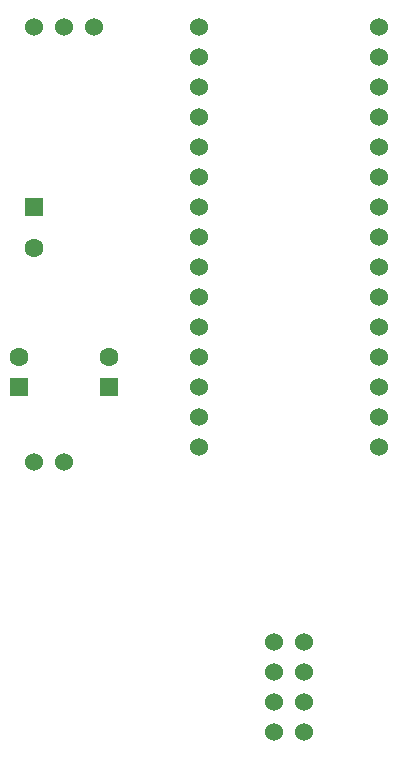
<source format=gbr>
%TF.GenerationSoftware,KiCad,Pcbnew,(5.1.8)-1*%
%TF.CreationDate,2020-11-18T13:48:32-08:00*%
%TF.ProjectId,ard_lightshow,6172645f-6c69-4676-9874-73686f772e6b,rev?*%
%TF.SameCoordinates,Original*%
%TF.FileFunction,Soldermask,Bot*%
%TF.FilePolarity,Negative*%
%FSLAX46Y46*%
G04 Gerber Fmt 4.6, Leading zero omitted, Abs format (unit mm)*
G04 Created by KiCad (PCBNEW (5.1.8)-1) date 2020-11-18 13:48:32*
%MOMM*%
%LPD*%
G01*
G04 APERTURE LIST*
%ADD10C,1.524000*%
%ADD11R,1.600000X1.600000*%
%ADD12C,1.600000*%
G04 APERTURE END LIST*
D10*
%TO.C,U3*%
X105410000Y-137160000D03*
X102870000Y-137160000D03*
%TD*%
%TO.C,U2*%
X107950000Y-100330000D03*
X105410000Y-100330000D03*
X102870000Y-100330000D03*
%TD*%
D11*
%TO.C,C2*%
X109220000Y-130810000D03*
D12*
X109220000Y-128310000D03*
%TD*%
D11*
%TO.C,C1*%
X102870000Y-115570000D03*
D12*
X102870000Y-119070000D03*
%TD*%
D10*
%TO.C,U1*%
X125730000Y-160020000D03*
X125730000Y-157480000D03*
X125730000Y-154940000D03*
X125730000Y-152400000D03*
X123190000Y-152400000D03*
X123190000Y-154940000D03*
X123190000Y-157480000D03*
X123190000Y-160020000D03*
%TD*%
%TO.C,U0*%
X132080000Y-135890000D03*
X132080000Y-133350000D03*
X116840000Y-100330000D03*
X116840000Y-102870000D03*
X116840000Y-105410000D03*
X116840000Y-107950000D03*
X116840000Y-110490000D03*
X116840000Y-113030000D03*
X116840000Y-115570000D03*
X116840000Y-118110000D03*
X116840000Y-120650000D03*
X116840000Y-123190000D03*
X116840000Y-125730000D03*
X116840000Y-128270000D03*
X116840000Y-130810000D03*
X116840000Y-133350000D03*
X116840000Y-135890000D03*
X132080000Y-100330000D03*
X132080000Y-102870000D03*
X132080000Y-105410000D03*
X132080000Y-107950000D03*
X132080000Y-110490000D03*
X132080000Y-113030000D03*
X132080000Y-115570000D03*
X132080000Y-118110000D03*
X132080000Y-120650000D03*
X132080000Y-123190000D03*
X132080000Y-125730000D03*
X132080000Y-128270000D03*
X132080000Y-130810000D03*
%TD*%
D12*
%TO.C,C0*%
X101600000Y-128310000D03*
D11*
X101600000Y-130810000D03*
%TD*%
M02*

</source>
